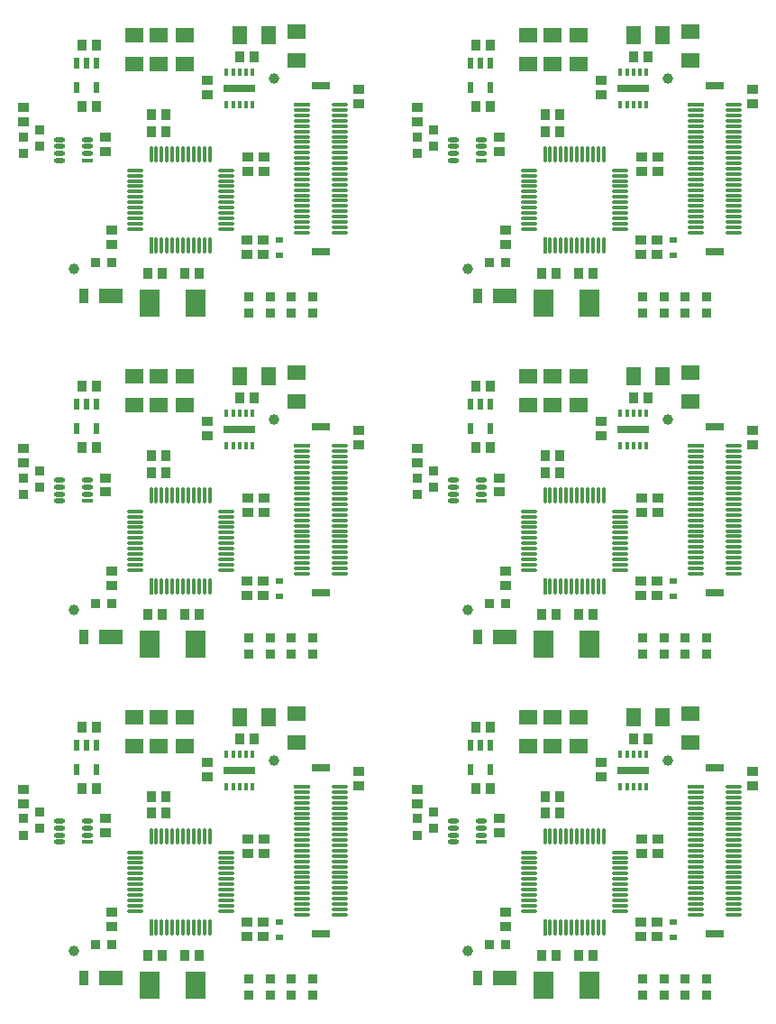
<source format=gtp>
G04*
G04 #@! TF.GenerationSoftware,Altium Limited,Altium Designer,20.0.10 (225)*
G04*
G04 Layer_Color=8421504*
%FSLAX25Y25*%
%MOIN*%
G70*
G01*
G75*
%ADD10C,0.03937*%
%ADD11R,0.03543X0.05512*%
%ADD12R,0.08661X0.05512*%
%ADD13R,0.03347X0.03347*%
%ADD14R,0.03543X0.03937*%
%ADD15R,0.03347X0.03347*%
%ADD16R,0.03937X0.03543*%
%ADD17R,0.07087X0.05512*%
%ADD18R,0.02362X0.04134*%
%ADD19R,0.03150X0.02362*%
%ADD20R,0.05512X0.07087*%
%ADD21R,0.11417X0.02756*%
%ADD22R,0.01181X0.02559*%
%ADD23O,0.06102X0.01181*%
%ADD24O,0.01181X0.06102*%
%ADD25R,0.01181X0.06102*%
%ADD26R,0.07480X0.10236*%
%ADD27R,0.07087X0.03150*%
%ADD28O,0.06299X0.01181*%
%ADD29R,0.06299X0.01181*%
%ADD30R,0.04331X0.01772*%
%ADD31O,0.04331X0.01772*%
G36*
X270669Y-31102D02*
X267390D01*
Y-28346D01*
X270669D01*
Y-31102D01*
D02*
G37*
G36*
X266600D02*
X263321D01*
Y-28346D01*
X266600D01*
Y-31102D01*
D02*
G37*
G36*
X262532D02*
X259252D01*
Y-28346D01*
X262532D01*
Y-31102D01*
D02*
G37*
G36*
X125000D02*
X121721D01*
Y-28346D01*
X125000D01*
Y-31102D01*
D02*
G37*
G36*
X120931D02*
X117652D01*
Y-28346D01*
X120931D01*
Y-31102D01*
D02*
G37*
G36*
X116862D02*
X113583D01*
Y-28346D01*
X116862D01*
Y-31102D01*
D02*
G37*
G36*
X270669Y-157087D02*
X267390D01*
Y-154331D01*
X270669D01*
Y-157087D01*
D02*
G37*
G36*
X266600D02*
X263321D01*
Y-154331D01*
X266600D01*
Y-157087D01*
D02*
G37*
G36*
X262532D02*
X259252D01*
Y-154331D01*
X262532D01*
Y-157087D01*
D02*
G37*
G36*
X125000D02*
X121721D01*
Y-154331D01*
X125000D01*
Y-157087D01*
D02*
G37*
G36*
X120931D02*
X117652D01*
Y-154331D01*
X120931D01*
Y-157087D01*
D02*
G37*
G36*
X116862D02*
X113583D01*
Y-154331D01*
X116862D01*
Y-157087D01*
D02*
G37*
G36*
X270669Y-283071D02*
X267390D01*
Y-280315D01*
X270669D01*
Y-283071D01*
D02*
G37*
G36*
X266600D02*
X263321D01*
Y-280315D01*
X266600D01*
Y-283071D01*
D02*
G37*
G36*
X262532D02*
X259252D01*
Y-280315D01*
X262532D01*
Y-283071D01*
D02*
G37*
G36*
X125000D02*
X121721D01*
Y-280315D01*
X125000D01*
Y-283071D01*
D02*
G37*
G36*
X120931D02*
X117652D01*
Y-280315D01*
X120931D01*
Y-283071D01*
D02*
G37*
G36*
X116862D02*
X113583D01*
Y-280315D01*
X116862D01*
Y-283071D01*
D02*
G37*
D10*
X132087Y-277854D02*
D03*
X58071Y-348327D02*
D03*
X277756Y-277854D02*
D03*
X203740Y-348327D02*
D03*
X132087Y-151870D02*
D03*
X58071Y-222342D02*
D03*
X277756Y-151870D02*
D03*
X203740Y-222342D02*
D03*
X132087Y-25886D02*
D03*
X58071Y-96358D02*
D03*
X277756Y-25886D02*
D03*
X203740Y-96358D02*
D03*
D11*
X61634Y-358347D02*
D03*
X207303D02*
D03*
X61634Y-232362D02*
D03*
X207303D02*
D03*
X61634Y-106378D02*
D03*
X207303D02*
D03*
D12*
X71673Y-358347D02*
D03*
X217342D02*
D03*
X71673Y-232362D02*
D03*
X217342D02*
D03*
X71673Y-106378D02*
D03*
X217342D02*
D03*
D13*
X72126Y-345965D02*
D03*
X66024D02*
D03*
X217795D02*
D03*
X211693D02*
D03*
X72126Y-219980D02*
D03*
X66024D02*
D03*
X217795D02*
D03*
X211693D02*
D03*
X72126Y-93996D02*
D03*
X66024D02*
D03*
X217795D02*
D03*
X211693D02*
D03*
D14*
X85433Y-349902D02*
D03*
X90748D02*
D03*
X104429D02*
D03*
X99114D02*
D03*
X86910Y-297505D02*
D03*
X92225D02*
D03*
X66437Y-265551D02*
D03*
X61122D02*
D03*
X66437Y-288484D02*
D03*
X61122D02*
D03*
X92225Y-291240D02*
D03*
X86910D02*
D03*
X124606Y-269980D02*
D03*
X119291D02*
D03*
X231102Y-349902D02*
D03*
X236417D02*
D03*
X250098D02*
D03*
X244784D02*
D03*
X232579Y-297505D02*
D03*
X237894D02*
D03*
X212106Y-265551D02*
D03*
X206791D02*
D03*
X212106Y-288484D02*
D03*
X206791D02*
D03*
X237894Y-291240D02*
D03*
X232579D02*
D03*
X270276Y-269980D02*
D03*
X264961D02*
D03*
X85433Y-223917D02*
D03*
X90748D02*
D03*
X104429D02*
D03*
X99114D02*
D03*
X86910Y-171520D02*
D03*
X92225D02*
D03*
X66437Y-139567D02*
D03*
X61122D02*
D03*
X66437Y-162500D02*
D03*
X61122D02*
D03*
X92225Y-165256D02*
D03*
X86910D02*
D03*
X124606Y-143996D02*
D03*
X119291D02*
D03*
X231102Y-223917D02*
D03*
X236417D02*
D03*
X250098D02*
D03*
X244784D02*
D03*
X232579Y-171520D02*
D03*
X237894D02*
D03*
X212106Y-139567D02*
D03*
X206791D02*
D03*
X212106Y-162500D02*
D03*
X206791D02*
D03*
X237894Y-165256D02*
D03*
X232579D02*
D03*
X270276Y-143996D02*
D03*
X264961D02*
D03*
X85433Y-97933D02*
D03*
X90748D02*
D03*
X104429D02*
D03*
X99114D02*
D03*
X86910Y-45536D02*
D03*
X92225D02*
D03*
X66437Y-13582D02*
D03*
X61122D02*
D03*
X66437Y-36516D02*
D03*
X61122D02*
D03*
X92225Y-39272D02*
D03*
X86910D02*
D03*
X124606Y-18012D02*
D03*
X119291D02*
D03*
X231102Y-97933D02*
D03*
X236417D02*
D03*
X250098D02*
D03*
X244784D02*
D03*
X232579Y-45536D02*
D03*
X237894D02*
D03*
X212106Y-13582D02*
D03*
X206791D02*
D03*
X212106Y-36516D02*
D03*
X206791D02*
D03*
X237894Y-39272D02*
D03*
X232579D02*
D03*
X270276Y-18012D02*
D03*
X264961D02*
D03*
D15*
X146457Y-364665D02*
D03*
Y-358563D02*
D03*
X138583Y-364665D02*
D03*
Y-358563D02*
D03*
X130709Y-364665D02*
D03*
Y-358563D02*
D03*
X122835Y-364665D02*
D03*
Y-358563D02*
D03*
X45276Y-296949D02*
D03*
Y-303051D02*
D03*
X39567Y-299508D02*
D03*
Y-305610D02*
D03*
X292126Y-364665D02*
D03*
Y-358563D02*
D03*
X284252Y-364665D02*
D03*
Y-358563D02*
D03*
X276378Y-364665D02*
D03*
Y-358563D02*
D03*
X268504Y-364665D02*
D03*
Y-358563D02*
D03*
X190945Y-296949D02*
D03*
Y-303051D02*
D03*
X185236Y-299508D02*
D03*
Y-305610D02*
D03*
X146457Y-238681D02*
D03*
Y-232579D02*
D03*
X138583Y-238681D02*
D03*
Y-232579D02*
D03*
X130709Y-238681D02*
D03*
Y-232579D02*
D03*
X122835Y-238681D02*
D03*
Y-232579D02*
D03*
X45276Y-170965D02*
D03*
Y-177067D02*
D03*
X39567Y-173523D02*
D03*
Y-179626D02*
D03*
X292126Y-238681D02*
D03*
Y-232579D02*
D03*
X284252Y-238681D02*
D03*
Y-232579D02*
D03*
X276378Y-238681D02*
D03*
Y-232579D02*
D03*
X268504Y-238681D02*
D03*
Y-232579D02*
D03*
X190945Y-170965D02*
D03*
Y-177067D02*
D03*
X185236Y-173523D02*
D03*
Y-179626D02*
D03*
X146457Y-112697D02*
D03*
Y-106594D02*
D03*
X138583Y-112697D02*
D03*
Y-106594D02*
D03*
X130709Y-112697D02*
D03*
Y-106594D02*
D03*
X122835Y-112697D02*
D03*
Y-106594D02*
D03*
X45276Y-44980D02*
D03*
Y-51082D02*
D03*
X39567Y-47539D02*
D03*
Y-53642D02*
D03*
X292126Y-112697D02*
D03*
Y-106594D02*
D03*
X284252Y-112697D02*
D03*
Y-106594D02*
D03*
X276378Y-112697D02*
D03*
Y-106594D02*
D03*
X268504Y-112697D02*
D03*
Y-106594D02*
D03*
X190945Y-44980D02*
D03*
Y-51082D02*
D03*
X185236Y-47539D02*
D03*
Y-53642D02*
D03*
D16*
X163405Y-287457D02*
D03*
Y-282142D02*
D03*
X128150Y-337697D02*
D03*
Y-343012D02*
D03*
X122244D02*
D03*
Y-337697D02*
D03*
X107283Y-278740D02*
D03*
Y-284055D02*
D03*
X128543Y-307087D02*
D03*
Y-312402D02*
D03*
X122441Y-307087D02*
D03*
Y-312402D02*
D03*
X72047Y-339248D02*
D03*
Y-333933D02*
D03*
X69882Y-299508D02*
D03*
Y-304823D02*
D03*
X39567Y-288681D02*
D03*
Y-293996D02*
D03*
X309074Y-287457D02*
D03*
Y-282142D02*
D03*
X273819Y-337697D02*
D03*
Y-343012D02*
D03*
X267914D02*
D03*
Y-337697D02*
D03*
X252953Y-278740D02*
D03*
Y-284055D02*
D03*
X274213Y-307087D02*
D03*
Y-312402D02*
D03*
X268110Y-307087D02*
D03*
Y-312402D02*
D03*
X217717Y-339248D02*
D03*
Y-333933D02*
D03*
X215551Y-299508D02*
D03*
Y-304823D02*
D03*
X185236Y-288681D02*
D03*
Y-293996D02*
D03*
X163405Y-161473D02*
D03*
Y-156158D02*
D03*
X128150Y-211713D02*
D03*
Y-217027D02*
D03*
X122244D02*
D03*
Y-211713D02*
D03*
X107283Y-152756D02*
D03*
Y-158071D02*
D03*
X128543Y-181102D02*
D03*
Y-186417D02*
D03*
X122441Y-181102D02*
D03*
Y-186417D02*
D03*
X72047Y-213264D02*
D03*
Y-207949D02*
D03*
X69882Y-173523D02*
D03*
Y-178839D02*
D03*
X39567Y-162697D02*
D03*
Y-168012D02*
D03*
X309074Y-161473D02*
D03*
Y-156158D02*
D03*
X273819Y-211713D02*
D03*
Y-217027D02*
D03*
X267914D02*
D03*
Y-211713D02*
D03*
X252953Y-152756D02*
D03*
Y-158071D02*
D03*
X274213Y-181102D02*
D03*
Y-186417D02*
D03*
X268110Y-181102D02*
D03*
Y-186417D02*
D03*
X217717Y-213264D02*
D03*
Y-207949D02*
D03*
X215551Y-173523D02*
D03*
Y-178839D02*
D03*
X185236Y-162697D02*
D03*
Y-168012D02*
D03*
X163405Y-35489D02*
D03*
Y-30174D02*
D03*
X128150Y-85728D02*
D03*
Y-91043D02*
D03*
X122244D02*
D03*
Y-85728D02*
D03*
X107283Y-26772D02*
D03*
Y-32087D02*
D03*
X128543Y-55118D02*
D03*
Y-60433D02*
D03*
X122441Y-55118D02*
D03*
Y-60433D02*
D03*
X72047Y-87280D02*
D03*
Y-81965D02*
D03*
X69882Y-47539D02*
D03*
Y-52854D02*
D03*
X39567Y-36712D02*
D03*
Y-42027D02*
D03*
X309074Y-35489D02*
D03*
Y-30174D02*
D03*
X273819Y-85728D02*
D03*
Y-91043D02*
D03*
X267914D02*
D03*
Y-85728D02*
D03*
X252953Y-26772D02*
D03*
Y-32087D02*
D03*
X274213Y-55118D02*
D03*
Y-60433D02*
D03*
X268110Y-55118D02*
D03*
Y-60433D02*
D03*
X217717Y-87280D02*
D03*
Y-81965D02*
D03*
X215551Y-47539D02*
D03*
Y-52854D02*
D03*
X185236Y-36712D02*
D03*
Y-42027D02*
D03*
D17*
X140551Y-271457D02*
D03*
Y-260630D02*
D03*
X80512Y-261909D02*
D03*
Y-272736D02*
D03*
X99016Y-261909D02*
D03*
Y-272736D02*
D03*
X89567Y-261909D02*
D03*
Y-272736D02*
D03*
X286221Y-271457D02*
D03*
Y-260630D02*
D03*
X226181Y-261909D02*
D03*
Y-272736D02*
D03*
X244685Y-261909D02*
D03*
Y-272736D02*
D03*
X235236Y-261909D02*
D03*
Y-272736D02*
D03*
X140551Y-145472D02*
D03*
Y-134646D02*
D03*
X80512Y-135925D02*
D03*
Y-146752D02*
D03*
X99016Y-135925D02*
D03*
Y-146752D02*
D03*
X89567Y-135925D02*
D03*
Y-146752D02*
D03*
X286221Y-145472D02*
D03*
Y-134646D02*
D03*
X226181Y-135925D02*
D03*
Y-146752D02*
D03*
X244685Y-135925D02*
D03*
Y-146752D02*
D03*
X235236Y-135925D02*
D03*
Y-146752D02*
D03*
X140551Y-19488D02*
D03*
Y-8661D02*
D03*
X80512Y-9941D02*
D03*
Y-20768D02*
D03*
X99016Y-9941D02*
D03*
Y-20768D02*
D03*
X89567Y-9941D02*
D03*
Y-20768D02*
D03*
X286221Y-19488D02*
D03*
Y-8661D02*
D03*
X226181Y-9941D02*
D03*
Y-20768D02*
D03*
X244685Y-9941D02*
D03*
Y-20768D02*
D03*
X235236Y-9941D02*
D03*
Y-20768D02*
D03*
D18*
X66437Y-281299D02*
D03*
X58957D02*
D03*
Y-272244D02*
D03*
X62697D02*
D03*
X66437D02*
D03*
X212106Y-281299D02*
D03*
X204626D02*
D03*
Y-272244D02*
D03*
X208366D02*
D03*
X212106D02*
D03*
X66437Y-155315D02*
D03*
X58957D02*
D03*
Y-146260D02*
D03*
X62697D02*
D03*
X66437D02*
D03*
X212106Y-155315D02*
D03*
X204626D02*
D03*
Y-146260D02*
D03*
X208366D02*
D03*
X212106D02*
D03*
X66437Y-29331D02*
D03*
X58957D02*
D03*
Y-20275D02*
D03*
X62697D02*
D03*
X66437D02*
D03*
X212106Y-29331D02*
D03*
X204626D02*
D03*
Y-20275D02*
D03*
X208366D02*
D03*
X212106D02*
D03*
D19*
X134055Y-337697D02*
D03*
Y-343209D02*
D03*
X279725Y-337697D02*
D03*
Y-343209D02*
D03*
X134055Y-211713D02*
D03*
Y-217224D02*
D03*
X279725Y-211713D02*
D03*
Y-217224D02*
D03*
X134055Y-85728D02*
D03*
Y-91240D02*
D03*
X279725Y-85728D02*
D03*
Y-91240D02*
D03*
D20*
X130118Y-262106D02*
D03*
X119291D02*
D03*
X275787D02*
D03*
X264961D02*
D03*
X130118Y-136122D02*
D03*
X119291D02*
D03*
X275787D02*
D03*
X264961D02*
D03*
X130118Y-10138D02*
D03*
X119291D02*
D03*
X275787D02*
D03*
X264961D02*
D03*
D21*
X119291Y-281693D02*
D03*
X264961D02*
D03*
X119291Y-155709D02*
D03*
X264961D02*
D03*
X119291Y-29724D02*
D03*
X264961D02*
D03*
D22*
X124016Y-287697D02*
D03*
X121654D02*
D03*
X119291D02*
D03*
X116929D02*
D03*
X114567D02*
D03*
Y-275689D02*
D03*
X116929D02*
D03*
X119291D02*
D03*
X121654D02*
D03*
X124016D02*
D03*
X269685Y-287697D02*
D03*
X267323D02*
D03*
X264961D02*
D03*
X262598D02*
D03*
X260236D02*
D03*
Y-275689D02*
D03*
X262598D02*
D03*
X264961D02*
D03*
X267323D02*
D03*
X269685D02*
D03*
X124016Y-161713D02*
D03*
X121654D02*
D03*
X119291D02*
D03*
X116929D02*
D03*
X114567D02*
D03*
Y-149705D02*
D03*
X116929D02*
D03*
X119291D02*
D03*
X121654D02*
D03*
X124016D02*
D03*
X269685Y-161713D02*
D03*
X267323D02*
D03*
X264961D02*
D03*
X262598D02*
D03*
X260236D02*
D03*
Y-149705D02*
D03*
X262598D02*
D03*
X264961D02*
D03*
X267323D02*
D03*
X269685D02*
D03*
X124016Y-35728D02*
D03*
X121654D02*
D03*
X119291D02*
D03*
X116929D02*
D03*
X114567D02*
D03*
Y-23720D02*
D03*
X116929D02*
D03*
X119291D02*
D03*
X121654D02*
D03*
X124016D02*
D03*
X269685Y-35728D02*
D03*
X267323D02*
D03*
X264961D02*
D03*
X262598D02*
D03*
X260236D02*
D03*
Y-23720D02*
D03*
X262598D02*
D03*
X264961D02*
D03*
X267323D02*
D03*
X269685D02*
D03*
D23*
X80610Y-333563D02*
D03*
Y-331594D02*
D03*
Y-329626D02*
D03*
Y-327657D02*
D03*
Y-325689D02*
D03*
Y-323720D02*
D03*
Y-321752D02*
D03*
Y-319783D02*
D03*
Y-317815D02*
D03*
Y-315846D02*
D03*
Y-313878D02*
D03*
Y-311909D02*
D03*
X114272D02*
D03*
Y-313878D02*
D03*
Y-315846D02*
D03*
Y-317815D02*
D03*
Y-319783D02*
D03*
Y-321752D02*
D03*
Y-323720D02*
D03*
Y-325689D02*
D03*
Y-327657D02*
D03*
Y-329626D02*
D03*
Y-331594D02*
D03*
Y-333563D02*
D03*
X226280D02*
D03*
Y-331594D02*
D03*
Y-329626D02*
D03*
Y-327657D02*
D03*
Y-325689D02*
D03*
Y-323720D02*
D03*
Y-321752D02*
D03*
Y-319783D02*
D03*
Y-317815D02*
D03*
Y-315846D02*
D03*
Y-313878D02*
D03*
Y-311909D02*
D03*
X259941D02*
D03*
Y-313878D02*
D03*
Y-315846D02*
D03*
Y-317815D02*
D03*
Y-319783D02*
D03*
Y-321752D02*
D03*
Y-323720D02*
D03*
Y-325689D02*
D03*
Y-327657D02*
D03*
Y-329626D02*
D03*
Y-331594D02*
D03*
Y-333563D02*
D03*
X80610Y-207579D02*
D03*
Y-205610D02*
D03*
Y-203642D02*
D03*
Y-201673D02*
D03*
Y-199705D02*
D03*
Y-197736D02*
D03*
Y-195768D02*
D03*
Y-193799D02*
D03*
Y-191831D02*
D03*
Y-189862D02*
D03*
Y-187894D02*
D03*
Y-185925D02*
D03*
X114272D02*
D03*
Y-187894D02*
D03*
Y-189862D02*
D03*
Y-191831D02*
D03*
Y-193799D02*
D03*
Y-195768D02*
D03*
Y-197736D02*
D03*
Y-199705D02*
D03*
Y-201673D02*
D03*
Y-203642D02*
D03*
Y-205610D02*
D03*
Y-207579D02*
D03*
X226280D02*
D03*
Y-205610D02*
D03*
Y-203642D02*
D03*
Y-201673D02*
D03*
Y-199705D02*
D03*
Y-197736D02*
D03*
Y-195768D02*
D03*
Y-193799D02*
D03*
Y-191831D02*
D03*
Y-189862D02*
D03*
Y-187894D02*
D03*
Y-185925D02*
D03*
X259941D02*
D03*
Y-187894D02*
D03*
Y-189862D02*
D03*
Y-191831D02*
D03*
Y-193799D02*
D03*
Y-195768D02*
D03*
Y-197736D02*
D03*
Y-199705D02*
D03*
Y-201673D02*
D03*
Y-203642D02*
D03*
Y-205610D02*
D03*
Y-207579D02*
D03*
X80610Y-81594D02*
D03*
Y-79626D02*
D03*
Y-77657D02*
D03*
Y-75689D02*
D03*
Y-73720D02*
D03*
Y-71752D02*
D03*
Y-69783D02*
D03*
Y-67815D02*
D03*
Y-65846D02*
D03*
Y-63878D02*
D03*
Y-61909D02*
D03*
Y-59941D02*
D03*
X114272D02*
D03*
Y-61909D02*
D03*
Y-63878D02*
D03*
Y-65846D02*
D03*
Y-67815D02*
D03*
Y-69783D02*
D03*
Y-71752D02*
D03*
Y-73720D02*
D03*
Y-75689D02*
D03*
Y-77657D02*
D03*
Y-79626D02*
D03*
Y-81594D02*
D03*
X226280D02*
D03*
Y-79626D02*
D03*
Y-77657D02*
D03*
Y-75689D02*
D03*
Y-73720D02*
D03*
Y-71752D02*
D03*
Y-69783D02*
D03*
Y-67815D02*
D03*
Y-65846D02*
D03*
Y-63878D02*
D03*
Y-61909D02*
D03*
Y-59941D02*
D03*
X259941D02*
D03*
Y-61909D02*
D03*
Y-63878D02*
D03*
Y-65846D02*
D03*
Y-67815D02*
D03*
Y-69783D02*
D03*
Y-71752D02*
D03*
Y-73720D02*
D03*
Y-75689D02*
D03*
Y-77657D02*
D03*
Y-79626D02*
D03*
Y-81594D02*
D03*
D24*
X86614Y-305906D02*
D03*
X88583D02*
D03*
X90551D02*
D03*
X92520D02*
D03*
X94488D02*
D03*
X96457D02*
D03*
X98425D02*
D03*
X100394D02*
D03*
X102362D02*
D03*
X104331D02*
D03*
X106299D02*
D03*
X108268D02*
D03*
Y-339567D02*
D03*
X106299D02*
D03*
X104331D02*
D03*
X102362D02*
D03*
X100394D02*
D03*
X98425D02*
D03*
X96457D02*
D03*
X94488D02*
D03*
X92520D02*
D03*
X90551D02*
D03*
X88583D02*
D03*
X232284Y-305906D02*
D03*
X234252D02*
D03*
X236221D02*
D03*
X238189D02*
D03*
X240158D02*
D03*
X242126D02*
D03*
X244095D02*
D03*
X246063D02*
D03*
X248032D02*
D03*
X250000D02*
D03*
X251969D02*
D03*
X253937D02*
D03*
Y-339567D02*
D03*
X251969D02*
D03*
X250000D02*
D03*
X248032D02*
D03*
X246063D02*
D03*
X244095D02*
D03*
X242126D02*
D03*
X240158D02*
D03*
X238189D02*
D03*
X236221D02*
D03*
X234252D02*
D03*
X86614Y-179921D02*
D03*
X88583D02*
D03*
X90551D02*
D03*
X92520D02*
D03*
X94488D02*
D03*
X96457D02*
D03*
X98425D02*
D03*
X100394D02*
D03*
X102362D02*
D03*
X104331D02*
D03*
X106299D02*
D03*
X108268D02*
D03*
Y-213583D02*
D03*
X106299D02*
D03*
X104331D02*
D03*
X102362D02*
D03*
X100394D02*
D03*
X98425D02*
D03*
X96457D02*
D03*
X94488D02*
D03*
X92520D02*
D03*
X90551D02*
D03*
X88583D02*
D03*
X232284Y-179921D02*
D03*
X234252D02*
D03*
X236221D02*
D03*
X238189D02*
D03*
X240158D02*
D03*
X242126D02*
D03*
X244095D02*
D03*
X246063D02*
D03*
X248032D02*
D03*
X250000D02*
D03*
X251969D02*
D03*
X253937D02*
D03*
Y-213583D02*
D03*
X251969D02*
D03*
X250000D02*
D03*
X248032D02*
D03*
X246063D02*
D03*
X244095D02*
D03*
X242126D02*
D03*
X240158D02*
D03*
X238189D02*
D03*
X236221D02*
D03*
X234252D02*
D03*
X86614Y-53937D02*
D03*
X88583D02*
D03*
X90551D02*
D03*
X92520D02*
D03*
X94488D02*
D03*
X96457D02*
D03*
X98425D02*
D03*
X100394D02*
D03*
X102362D02*
D03*
X104331D02*
D03*
X106299D02*
D03*
X108268D02*
D03*
Y-87598D02*
D03*
X106299D02*
D03*
X104331D02*
D03*
X102362D02*
D03*
X100394D02*
D03*
X98425D02*
D03*
X96457D02*
D03*
X94488D02*
D03*
X92520D02*
D03*
X90551D02*
D03*
X88583D02*
D03*
X232284Y-53937D02*
D03*
X234252D02*
D03*
X236221D02*
D03*
X238189D02*
D03*
X240158D02*
D03*
X242126D02*
D03*
X244095D02*
D03*
X246063D02*
D03*
X248032D02*
D03*
X250000D02*
D03*
X251969D02*
D03*
X253937D02*
D03*
Y-87598D02*
D03*
X251969D02*
D03*
X250000D02*
D03*
X248032D02*
D03*
X246063D02*
D03*
X244095D02*
D03*
X242126D02*
D03*
X240158D02*
D03*
X238189D02*
D03*
X236221D02*
D03*
X234252D02*
D03*
D25*
X86614Y-339567D02*
D03*
X232284D02*
D03*
X86614Y-213583D02*
D03*
X232284D02*
D03*
X86614Y-87598D02*
D03*
X232284D02*
D03*
D26*
X102953Y-360925D02*
D03*
X86024D02*
D03*
X248622D02*
D03*
X231693D02*
D03*
X102953Y-234941D02*
D03*
X86024D02*
D03*
X248622D02*
D03*
X231693D02*
D03*
X102953Y-108957D02*
D03*
X86024D02*
D03*
X248622D02*
D03*
X231693D02*
D03*
D27*
X149409Y-280610D02*
D03*
Y-342028D02*
D03*
X295079Y-280610D02*
D03*
Y-342028D02*
D03*
X149409Y-154626D02*
D03*
Y-216043D02*
D03*
X295079Y-154626D02*
D03*
Y-216043D02*
D03*
X149409Y-28642D02*
D03*
Y-90059D02*
D03*
X295079Y-28642D02*
D03*
Y-90059D02*
D03*
D28*
X156496Y-334941D02*
D03*
Y-332972D02*
D03*
Y-331004D02*
D03*
Y-329035D02*
D03*
Y-327067D02*
D03*
Y-325098D02*
D03*
Y-323130D02*
D03*
Y-321161D02*
D03*
Y-319193D02*
D03*
Y-317224D02*
D03*
Y-315256D02*
D03*
Y-313287D02*
D03*
Y-311319D02*
D03*
Y-309350D02*
D03*
Y-307382D02*
D03*
Y-305413D02*
D03*
Y-303445D02*
D03*
Y-301476D02*
D03*
Y-299508D02*
D03*
Y-297539D02*
D03*
Y-295571D02*
D03*
Y-293602D02*
D03*
Y-291634D02*
D03*
Y-289665D02*
D03*
Y-287697D02*
D03*
X142323Y-334941D02*
D03*
Y-332972D02*
D03*
Y-331004D02*
D03*
Y-329035D02*
D03*
Y-327067D02*
D03*
Y-325098D02*
D03*
Y-323130D02*
D03*
Y-321161D02*
D03*
Y-319193D02*
D03*
Y-317224D02*
D03*
Y-315256D02*
D03*
Y-313287D02*
D03*
Y-311319D02*
D03*
Y-309350D02*
D03*
Y-307382D02*
D03*
Y-305413D02*
D03*
Y-303445D02*
D03*
Y-301476D02*
D03*
Y-299508D02*
D03*
Y-297539D02*
D03*
Y-295571D02*
D03*
Y-293602D02*
D03*
Y-291634D02*
D03*
Y-289665D02*
D03*
X302166Y-334941D02*
D03*
Y-332972D02*
D03*
Y-331004D02*
D03*
Y-329035D02*
D03*
Y-327067D02*
D03*
Y-325098D02*
D03*
Y-323130D02*
D03*
Y-321161D02*
D03*
Y-319193D02*
D03*
Y-317224D02*
D03*
Y-315256D02*
D03*
Y-313287D02*
D03*
Y-311319D02*
D03*
Y-309350D02*
D03*
Y-307382D02*
D03*
Y-305413D02*
D03*
Y-303445D02*
D03*
Y-301476D02*
D03*
Y-299508D02*
D03*
Y-297539D02*
D03*
Y-295571D02*
D03*
Y-293602D02*
D03*
Y-291634D02*
D03*
Y-289665D02*
D03*
Y-287697D02*
D03*
X287992Y-334941D02*
D03*
Y-332972D02*
D03*
Y-331004D02*
D03*
Y-329035D02*
D03*
Y-327067D02*
D03*
Y-325098D02*
D03*
Y-323130D02*
D03*
Y-321161D02*
D03*
Y-319193D02*
D03*
Y-317224D02*
D03*
Y-315256D02*
D03*
Y-313287D02*
D03*
Y-311319D02*
D03*
Y-309350D02*
D03*
Y-307382D02*
D03*
Y-305413D02*
D03*
Y-303445D02*
D03*
Y-301476D02*
D03*
Y-299508D02*
D03*
Y-297539D02*
D03*
Y-295571D02*
D03*
Y-293602D02*
D03*
Y-291634D02*
D03*
Y-289665D02*
D03*
X156496Y-208957D02*
D03*
Y-206988D02*
D03*
Y-205019D02*
D03*
Y-203051D02*
D03*
Y-201082D02*
D03*
Y-199114D02*
D03*
Y-197145D02*
D03*
Y-195177D02*
D03*
Y-193209D02*
D03*
Y-191240D02*
D03*
Y-189271D02*
D03*
Y-187303D02*
D03*
Y-185335D02*
D03*
Y-183366D02*
D03*
Y-181397D02*
D03*
Y-179429D02*
D03*
Y-177461D02*
D03*
Y-175492D02*
D03*
Y-173523D02*
D03*
Y-171555D02*
D03*
Y-169587D02*
D03*
Y-167618D02*
D03*
Y-165649D02*
D03*
Y-163681D02*
D03*
Y-161713D02*
D03*
X142323Y-208957D02*
D03*
Y-206988D02*
D03*
Y-205019D02*
D03*
Y-203051D02*
D03*
Y-201082D02*
D03*
Y-199114D02*
D03*
Y-197145D02*
D03*
Y-195177D02*
D03*
Y-193209D02*
D03*
Y-191240D02*
D03*
Y-189271D02*
D03*
Y-187303D02*
D03*
Y-185335D02*
D03*
Y-183366D02*
D03*
Y-181397D02*
D03*
Y-179429D02*
D03*
Y-177461D02*
D03*
Y-175492D02*
D03*
Y-173523D02*
D03*
Y-171555D02*
D03*
Y-169587D02*
D03*
Y-167618D02*
D03*
Y-165649D02*
D03*
Y-163681D02*
D03*
X302166Y-208957D02*
D03*
Y-206988D02*
D03*
Y-205019D02*
D03*
Y-203051D02*
D03*
Y-201082D02*
D03*
Y-199114D02*
D03*
Y-197145D02*
D03*
Y-195177D02*
D03*
Y-193209D02*
D03*
Y-191240D02*
D03*
Y-189271D02*
D03*
Y-187303D02*
D03*
Y-185335D02*
D03*
Y-183366D02*
D03*
Y-181397D02*
D03*
Y-179429D02*
D03*
Y-177461D02*
D03*
Y-175492D02*
D03*
Y-173523D02*
D03*
Y-171555D02*
D03*
Y-169587D02*
D03*
Y-167618D02*
D03*
Y-165649D02*
D03*
Y-163681D02*
D03*
Y-161713D02*
D03*
X287992Y-208957D02*
D03*
Y-206988D02*
D03*
Y-205019D02*
D03*
Y-203051D02*
D03*
Y-201082D02*
D03*
Y-199114D02*
D03*
Y-197145D02*
D03*
Y-195177D02*
D03*
Y-193209D02*
D03*
Y-191240D02*
D03*
Y-189271D02*
D03*
Y-187303D02*
D03*
Y-185335D02*
D03*
Y-183366D02*
D03*
Y-181397D02*
D03*
Y-179429D02*
D03*
Y-177461D02*
D03*
Y-175492D02*
D03*
Y-173523D02*
D03*
Y-171555D02*
D03*
Y-169587D02*
D03*
Y-167618D02*
D03*
Y-165649D02*
D03*
Y-163681D02*
D03*
X156496Y-82972D02*
D03*
Y-81004D02*
D03*
Y-79035D02*
D03*
Y-77067D02*
D03*
Y-75098D02*
D03*
Y-73130D02*
D03*
Y-71161D02*
D03*
Y-69193D02*
D03*
Y-67224D02*
D03*
Y-65256D02*
D03*
Y-63287D02*
D03*
Y-61319D02*
D03*
Y-59350D02*
D03*
Y-57382D02*
D03*
Y-55413D02*
D03*
Y-53445D02*
D03*
Y-51476D02*
D03*
Y-49508D02*
D03*
Y-47539D02*
D03*
Y-45571D02*
D03*
Y-43602D02*
D03*
Y-41634D02*
D03*
Y-39665D02*
D03*
Y-37697D02*
D03*
Y-35728D02*
D03*
X142323Y-82972D02*
D03*
Y-81004D02*
D03*
Y-79035D02*
D03*
Y-77067D02*
D03*
Y-75098D02*
D03*
Y-73130D02*
D03*
Y-71161D02*
D03*
Y-69193D02*
D03*
Y-67224D02*
D03*
Y-65256D02*
D03*
Y-63287D02*
D03*
Y-61319D02*
D03*
Y-59350D02*
D03*
Y-57382D02*
D03*
Y-55413D02*
D03*
Y-53445D02*
D03*
Y-51476D02*
D03*
Y-49508D02*
D03*
Y-47539D02*
D03*
Y-45571D02*
D03*
Y-43602D02*
D03*
Y-41634D02*
D03*
Y-39665D02*
D03*
Y-37697D02*
D03*
X302166Y-82972D02*
D03*
Y-81004D02*
D03*
Y-79035D02*
D03*
Y-77067D02*
D03*
Y-75098D02*
D03*
Y-73130D02*
D03*
Y-71161D02*
D03*
Y-69193D02*
D03*
Y-67224D02*
D03*
Y-65256D02*
D03*
Y-63287D02*
D03*
Y-61319D02*
D03*
Y-59350D02*
D03*
Y-57382D02*
D03*
Y-55413D02*
D03*
Y-53445D02*
D03*
Y-51476D02*
D03*
Y-49508D02*
D03*
Y-47539D02*
D03*
Y-45571D02*
D03*
Y-43602D02*
D03*
Y-41634D02*
D03*
Y-39665D02*
D03*
Y-37697D02*
D03*
Y-35728D02*
D03*
X287992Y-82972D02*
D03*
Y-81004D02*
D03*
Y-79035D02*
D03*
Y-77067D02*
D03*
Y-75098D02*
D03*
Y-73130D02*
D03*
Y-71161D02*
D03*
Y-69193D02*
D03*
Y-67224D02*
D03*
Y-65256D02*
D03*
Y-63287D02*
D03*
Y-61319D02*
D03*
Y-59350D02*
D03*
Y-57382D02*
D03*
Y-55413D02*
D03*
Y-53445D02*
D03*
Y-51476D02*
D03*
Y-49508D02*
D03*
Y-47539D02*
D03*
Y-45571D02*
D03*
Y-43602D02*
D03*
Y-41634D02*
D03*
Y-39665D02*
D03*
Y-37697D02*
D03*
D29*
X142323Y-287697D02*
D03*
X287992D02*
D03*
X142323Y-161713D02*
D03*
X287992D02*
D03*
X142323Y-35728D02*
D03*
X287992D02*
D03*
D30*
X63189Y-308169D02*
D03*
X208858D02*
D03*
X63189Y-182185D02*
D03*
X208858D02*
D03*
X63189Y-56201D02*
D03*
X208858D02*
D03*
D31*
X63189Y-305610D02*
D03*
Y-303051D02*
D03*
Y-300492D02*
D03*
X52756Y-308169D02*
D03*
Y-300492D02*
D03*
Y-303051D02*
D03*
Y-305610D02*
D03*
X208858D02*
D03*
Y-303051D02*
D03*
Y-300492D02*
D03*
X198425Y-308169D02*
D03*
Y-300492D02*
D03*
Y-303051D02*
D03*
Y-305610D02*
D03*
X63189Y-179626D02*
D03*
Y-177067D02*
D03*
Y-174508D02*
D03*
X52756Y-182185D02*
D03*
Y-174508D02*
D03*
Y-177067D02*
D03*
Y-179626D02*
D03*
X208858D02*
D03*
Y-177067D02*
D03*
Y-174508D02*
D03*
X198425Y-182185D02*
D03*
Y-174508D02*
D03*
Y-177067D02*
D03*
Y-179626D02*
D03*
X63189Y-53642D02*
D03*
Y-51082D02*
D03*
Y-48524D02*
D03*
X52756Y-56201D02*
D03*
Y-48524D02*
D03*
Y-51082D02*
D03*
Y-53642D02*
D03*
X208858D02*
D03*
Y-51082D02*
D03*
Y-48524D02*
D03*
X198425Y-56201D02*
D03*
Y-48524D02*
D03*
Y-51082D02*
D03*
Y-53642D02*
D03*
M02*

</source>
